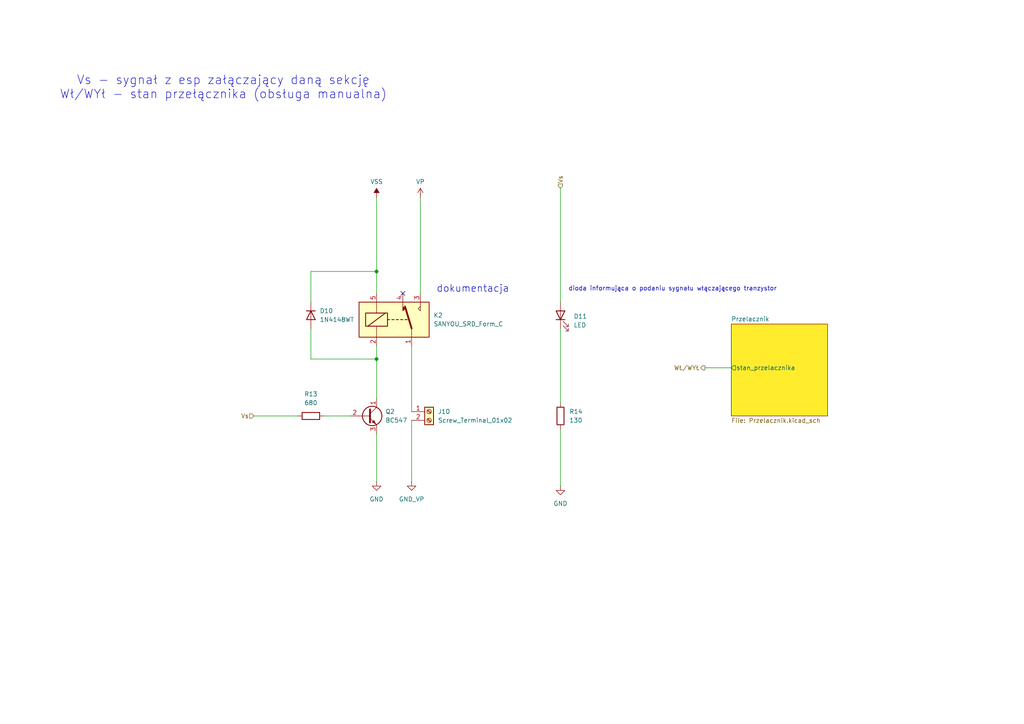
<source format=kicad_sch>
(kicad_sch (version 20250114) (generator "eeschema") (generator_version "9.0")
  (paper "A4")
  (title_block (title "Sterownik podlewania V1.1") (date "2025-10-09") (comment 1 "Praca inżynierska ") (comment 2 "Filip Gajewski"))
  (lib_symbols
    (symbol "Connector:Screw_Terminal_01x02" (pin_names (offset 1.016) (hide yes))
      (property "Reference" "J" (at 0 2.54 0))
      (property "Value" "Screw_Terminal_01x02" (at 0 -5.08 0))
      (symbol "Screw_Terminal_01x02_1_1"
        (rectangle (start -1.27 1.27) (end 1.27 -3.81) (stroke (width 0.254)) (fill (type background)))
        (polyline (pts (xy -0.5334 0.3302) (xy 0.3302 -0.508)) (stroke (width 0.1524)))
        (polyline (pts (xy -0.5334 -2.2098) (xy 0.3302 -3.048)) (stroke (width 0.1524)))
        (polyline (pts (xy -0.3556 0.508) (xy 0.508 -0.3302)) (stroke (width 0.1524)))
        (polyline (pts (xy -0.3556 -2.032) (xy 0.508 -2.8702)) (stroke (width 0.1524)))
        (circle (center 0 0) (radius 0.635) (stroke (width 0.1524)))
        (circle (center 0 -2.54) (radius 0.635) (stroke (width 0.1524)))
        (pin passive line (at -5.08 0 0) (length 3.81) (name "Pin_1") (number "1"))
        (pin passive line (at -5.08 -2.54 0) (length 3.81) (name "Pin_2") (number "2"))
      )
    )
    (symbol "Device:LED" (pin_numbers (hide yes)) (pin_names (offset 1.016) (hide yes))
      (property "Reference" "D" (at 0 2.54 0))
      (property "Value" "LED" (at 0 -2.54 0))
      (symbol "LED_0_1"
        (polyline (pts (xy -3.048 -0.762) (xy -4.572 -2.286) (xy -3.81 -2.286) (xy -4.572 -2.286) (xy -4.572 -1.524)))
        (polyline (pts (xy -1.778 -0.762) (xy -3.302 -2.286) (xy -2.54 -2.286) (xy -3.302 -2.286) (xy -3.302 -1.524)))
        (polyline (pts (xy -1.27 0) (xy 1.27 0)))
        (polyline (pts (xy -1.27 -1.27) (xy -1.27 1.27)) (stroke (width 0.254)))
        (polyline (pts (xy 1.27 -1.27) (xy 1.27 1.27) (xy -1.27 0) (xy 1.27 -1.27)) (stroke (width 0.254)))
      )
      (symbol "LED_1_1"
        (pin passive line (at -3.81 0 0) (length 2.54) (name "K") (number "1"))
        (pin passive line (at 3.81 0 180) (length 2.54) (name "A") (number "2"))
      )
    )
    (symbol "Device:R" (pin_numbers (hide yes)) (pin_names (offset 0))
      (property "Reference" "R" (at 2.032 0 90))
      (property "Value" "R" (at 0 0 90))
      (symbol "R_0_1"
        (rectangle (start -1.016 -2.54) (end 1.016 2.54) (stroke (width 0.254)))
      )
      (symbol "R_1_1"
        (pin passive line (at 0 3.81 270) (length 1.27) (name "~") (number "1"))
        (pin passive line (at 0 -3.81 90) (length 1.27) (name "~") (number "2"))
      )
    )
    (symbol "Diode:1N4148WT" (pin_numbers (hide yes)) (pin_names (hide yes))
      (property "Reference" "D" (at 0 2.54 0))
      (property "Value" "1N4148WT" (at 0 -2.54 0))
      (symbol "1N4148WT_0_1"
        (polyline (pts (xy -1.27 1.27) (xy -1.27 -1.27)) (stroke (width 0.254)))
        (polyline (pts (xy 1.27 1.27) (xy 1.27 -1.27) (xy -1.27 0) (xy 1.27 1.27)) (stroke (width 0.254)))
        (polyline (pts (xy 1.27 0) (xy -1.27 0)))
      )
      (symbol "1N4148WT_1_1"
        (pin passive line (at -3.81 0 0) (length 2.54) (name "K") (number "1"))
        (pin passive line (at 3.81 0 180) (length 2.54) (name "A") (number "2"))
      )
    )
    (symbol "Relay:SANYOU_SRD_Form_C"
      (property "Reference" "K" (at 11.43 3.81 0))
      (property "Value" "SANYOU_SRD_Form_C" (at 11.43 1.27 0))
      (symbol "SANYOU_SRD_Form_C_0_0"
        (polyline (pts (xy 7.62 5.08) (xy 7.62 2.54) (xy 6.985 3.175) (xy 7.62 3.81)))
      )
      (symbol "SANYOU_SRD_Form_C_0_1"
        (rectangle (start -10.16 5.08) (end 10.16 -5.08) (stroke (width 0.254)) (fill (type background)))
        (rectangle (start -8.255 1.905) (end -1.905 -1.905) (stroke (width 0.254)))
        (polyline (pts (xy -7.62 -1.905) (xy -2.54 1.905)) (stroke (width 0.254)))
        (polyline (pts (xy -5.08 5.08) (xy -5.08 1.905)))
        (polyline (pts (xy -5.08 -5.08) (xy -5.08 -1.905)))
        (polyline (pts (xy -1.905 0) (xy -1.27 0)) (stroke (width 0.254)))
        (polyline (pts (xy -0.635 0) (xy 0 0)) (stroke (width 0.254)))
        (polyline (pts (xy 0.635 0) (xy 1.27 0)) (stroke (width 0.254)))
        (polyline (pts (xy 1.905 0) (xy 2.54 0)) (stroke (width 0.254)))
        (polyline (pts (xy 3.175 0) (xy 3.81 0)) (stroke (width 0.254)))
        (polyline (pts (xy 5.08 -2.54) (xy 3.175 3.81)) (stroke (width 0.508)))
        (polyline (pts (xy 5.08 -2.54) (xy 5.08 -5.08)))
      )
      (symbol "SANYOU_SRD_Form_C_1_1"
        (polyline (pts (xy 2.54 3.81) (xy 3.175 3.175) (xy 2.54 2.54) (xy 2.54 5.08)) (fill (type outline)))
        (pin passive line (at -5.08 7.62 270) (length 2.54) (name "~") (number "5"))
        (pin passive line (at -5.08 -7.62 90) (length 2.54) (name "~") (number "2"))
        (pin passive line (at 2.54 7.62 270) (length 2.54) (name "~") (number "4"))
        (pin passive line (at 5.08 -7.62 90) (length 2.54) (name "~") (number "1"))
        (pin passive line (at 7.62 7.62 270) (length 2.54) (name "~") (number "3"))
      )
    )
    (symbol "Transistor_BJT:BC547" (pin_names (offset 0) (hide yes))
      (property "Reference" "Q" (at 5.08 1.905 0))
      (property "Value" "BC547" (at 5.08 0 0))
      (symbol "BC547_0_1"
        (polyline (pts (xy -2.54 0) (xy 0.635 0)))
        (polyline (pts (xy 0.635 1.905) (xy 0.635 -1.905)) (stroke (width 0.508)))
        (circle (center 1.27 0) (radius 2.8194) (stroke (width 0.254)))
      )
      (symbol "BC547_1_1"
        (polyline (pts (xy 0.635 0.635) (xy 2.54 2.54)))
        (polyline (pts (xy 0.635 -0.635) (xy 2.54 -2.54)))
        (polyline (pts (xy 1.27 -1.778) (xy 1.778 -1.27) (xy 2.286 -2.286) (xy 1.27 -1.778)) (fill (type outline)))
        (pin input line (at -5.08 0 0) (length 2.54) (name "B") (number "2"))
        (pin passive line (at 2.54 5.08 270) (length 2.54) (name "C") (number "1"))
        (pin passive line (at 2.54 -5.08 90) (length 2.54) (name "E") (number "3"))
      )
    )
    (symbol "power:GND" (power) (pin_numbers (hide yes)) (pin_names (offset 0) (hide yes))
      (property "Value" "GND" (at 0 -3.81 0))
      (symbol "GND_0_1"
        (polyline (pts (xy 0 0) (xy 0 -1.27) (xy 1.27 -1.27) (xy 0 -2.54) (xy -1.27 -1.27) (xy 0 -1.27)))
      )
      (symbol "GND_1_1"
        (pin power_in line (at 0 0 270) (length 0) (name "~") (number "1"))
      )
    )
    (symbol "power:VPP" (power) (pin_numbers (hide yes)) (pin_names (offset 0) (hide yes))
      (property "Value" "VPP" (at 0 3.556 0))
      (symbol "VPP_0_1"
        (polyline (pts (xy -0.762 1.27) (xy 0 2.54)))
        (polyline (pts (xy 0 2.54) (xy 0.762 1.27)))
        (polyline (pts (xy 0 0) (xy 0 2.54)))
      )
      (symbol "VPP_1_1"
        (pin power_in line (at 0 0 90) (length 0) (name "~") (number "1"))
      )
    )
    (symbol "power:VSS" (power) (pin_numbers (hide yes)) (pin_names (offset 0) (hide yes))
      (property "Value" "VSS" (at 0 3.556 0))
      (symbol "VSS_0_1"
        (polyline (pts (xy 0 0) (xy 0 2.54)))
        (polyline (pts (xy 0.762 1.27) (xy -0.762 1.27) (xy 0 2.54) (xy 0.762 1.27)) (fill (type outline)))
      )
      (symbol "VSS_1_1"
        (pin power_in line (at 0 0 90) (length 0) (name "~") (number "1"))
      )
    )
  )
  (text "Vs - sygnał z esp załączający daną sekcję\nWł/WYł - stan przełącznika (obsługa manualna)\n" (at 64.77 25.4 0) (effects (font (size 2.54 2.54))))
  (text "dioda informująca o podaniu sygnału włączającego tranzystor \n" (at 195.58 83.82 0) (effects (font (size 1.27 1.27))))
  (text "dokumentacja" (at 137.16 83.82 0) (effects (font (size 2.032 2.032))))
  (junction (at 109.22 104.14))
  (junction (at 109.22 78.74))
  (no_connect (at 116.84 85.09))
  (wire (pts (xy 162.56 124.46) (xy 162.56 140.97)))
  (wire (pts (xy 109.22 57.15) (xy 109.22 78.74)))
  (wire (pts (xy 109.22 125.73) (xy 109.22 139.7)))
  (wire (pts (xy 90.17 104.14) (xy 109.22 104.14)))
  (wire (pts (xy 93.98 120.65) (xy 101.6 120.65)))
  (wire (pts (xy 119.38 100.33) (xy 119.38 119.38)))
  (wire (pts (xy 90.17 87.63) (xy 90.17 78.74)))
  (wire (pts (xy 162.56 54.61) (xy 162.56 87.63)))
  (wire (pts (xy 121.92 57.15) (xy 121.92 85.09)))
  (wire (pts (xy 90.17 78.74) (xy 109.22 78.74)))
  (wire (pts (xy 109.22 100.33) (xy 109.22 104.14)))
  (wire (pts (xy 119.38 121.92) (xy 119.38 139.7)))
  (wire (pts (xy 73.66 120.65) (xy 86.36 120.65)))
  (wire (pts (xy 90.17 95.25) (xy 90.17 104.14)))
  (wire (pts (xy 109.22 104.14) (xy 109.22 115.57)))
  (wire (pts (xy 109.22 78.74) (xy 109.22 85.09)))
  (wire (pts (xy 162.56 95.25) (xy 162.56 116.84)))
  (wire (pts (xy 204.47 106.68) (xy 212.09 106.68)))
  (hierarchical_label "Vs" (shape input) (at 162.56 54.61 90))
  (hierarchical_label "WŁ{slash}WYŁ" (shape output) (at 204.47 106.68 180))
  (hierarchical_label "Vs" (shape input) (at 73.66 120.65 180))
  (symbol (lib_id "Connector:Screw_Terminal_01x02") (at 124.46 119.38 0) (unit 1)
    (property "Reference" "J9" (at 127 119.3799 0) (effects (justify left)))
    (property "Value" "Screw_Terminal_01x02" (at 127 121.9199 0) (effects (justify left)))
    (property "Footprint" "TerminalBlock:TerminalBlock_MaiXu_MX126-5.0-02P_1x02_P5.00mm" (effects (hide yes)))
    (property "Description" "Generic screw terminal, single row, 01x02, script generated (kicad-library-utils/schlib/autogen/connector/)" (effects (hide yes)))
    (instances (project "Sterownik_Podlewania" (path "" (reference "J10") (unit 1)) (path "" (reference "J9") (unit 1)) (path "" (reference "J12") (unit 1)) (path "" (reference "J13") (unit 1)) (path "" (reference "J11") (unit 1))))
  )
  (symbol (lib_id "Transistor_BJT:BC547") (at 106.68 120.65 0) (unit 1)
    (property "Reference" "Q1" (at 111.76 119.3799 0) (effects (justify left)))
    (property "Value" "BC547" (at 111.76 121.9199 0) (effects (justify left)))
    (property "Footprint" "Package_TO_SOT_THT:TO-92_Inline" (effects (hide yes)))
    (property "Datasheet" "https://www.onsemi.com/pub/Collateral/BC550-D.pdf" (effects (hide yes)))
    (property "Description" "0.1A Ic, 45V Vce, Small Signal NPN Transistor, TO-92" (effects (hide yes)))
    (instances (project "Sterownik_Podlewania" (path "" (reference "Q2") (unit 1)) (path "" (reference "Q1") (unit 1)) (path "" (reference "Q4") (unit 1)) (path "" (reference "Q5") (unit 1)) (path "" (reference "Q3") (unit 1))))
  )
  (symbol (lib_id "Device:LED") (at 162.56 91.44 90) (unit 1)
    (property "Reference" "D9" (at 166.37 91.7574 90) (effects (justify right)))
    (property "Value" "LED" (at 166.37 94.2974 90) (effects (justify right)))
    (property "Footprint" "LED_SMD:LED_1206_3216Metric" (effects (hide yes)))
    (property "Description" "Light emitting diode" (effects (hide yes)))
    (property "Sim.Pins" "1=K 2=A" (effects (hide yes)))
    (instances (project "Sterownik_Podlewania" (path "" (reference "D11") (unit 1)) (path "" (reference "D9") (unit 1)) (path "" (reference "D15") (unit 1)) (path "" (reference "D17") (unit 1)) (path "" (reference "D13") (unit 1))))
  )
  (symbol (lib_id "power:GND") (at 119.38 139.7 0) (unit 1)
    (property "Reference" "#PWR092" (effects (hide yes)))
    (property "Value" "GND_VP" (at 119.38 144.78 0))
    (property "Description" "Power symbol creates a global label with name \"GND\" , ground" (effects (hide yes)))
    (instances (project "Sterownik_Podlewania" (path "" (reference "#PWR093") (unit 1)) (path "" (reference "#PWR092") (unit 1)) (path "" (reference "#PWR095") (unit 1)) (path "" (reference "#PWR096") (unit 1)) (path "" (reference "#PWR094") (unit 1))))
  )
  (symbol (lib_id "power:VPP") (at 121.92 57.15 0) (unit 1)
    (property "Reference" "#PWR087" (effects (hide yes)))
    (property "Value" "VP" (at 121.92 52.705 0))
    (property "Description" "Power symbol creates a global label with name \"VPP\"" (effects (hide yes)))
    (instances (project "Sterownik_Podlewania" (path "" (reference "#PWR088") (unit 1)) (path "" (reference "#PWR087") (unit 1)) (path "" (reference "#PWR090") (unit 1)) (path "" (reference "#PWR091") (unit 1)) (path "" (reference "#PWR089") (unit 1))))
  )
  (symbol (lib_id "Diode:1N4148WT") (at 90.17 91.44 270) (unit 1)
    (property "Reference" "D8" (at 92.71 90.1699 90) (effects (justify left)))
    (property "Value" "1N4148WT" (at 92.71 92.7099 90) (effects (justify left)))
    (property "Footprint" "Diode_SMD:D_SOD-523" (effects (hide yes)))
    (property "Datasheet" "https://www.diodes.com/assets/Datasheets/ds30396.pdf" (effects (hide yes)))
    (property "Description" "75V 0.15A Fast switching Diode, SOD-523" (effects (hide yes)))
    (property "Sim.Device" "D" (effects (hide yes)))
    (property "Sim.Pins" "1=K 2=A" (effects (hide yes)))
    (instances (project "Sterownik_Podlewania" (path "" (reference "D10") (unit 1)) (path "" (reference "D8") (unit 1)) (path "" (reference "D14") (unit 1)) (path "" (reference "D16") (unit 1)) (path "" (reference "D12") (unit 1))))
  )
  (symbol (lib_id "Device:R") (at 162.56 120.65 0) (unit 1)
    (property "Reference" "R12" (at 165.1 119.3799 0) (effects (justify left)))
    (property "Value" "130" (at 165.1 121.9199 0) (effects (justify left)))
    (property "Footprint" "Resistor_SMD:R_1206_3216Metric" (effects (hide yes)))
    (property "Description" "Resistor" (effects (hide yes)))
    (instances (project "Sterownik_Podlewania" (path "" (reference "R14") (unit 1)) (path "" (reference "R12") (unit 1)) (path "" (reference "R18") (unit 1)) (path "" (reference "R20") (unit 1)) (path "" (reference "R16") (unit 1))))
  )
  (symbol (lib_id "power:GND") (at 162.56 140.97 0) (unit 1)
    (property "Reference" "#PWR040" (effects (hide yes)))
    (property "Value" "GND" (at 162.56 146.05 0))
    (property "Description" "Power symbol creates a global label with name \"GND\" , ground" (effects (hide yes)))
    (instances (project "Sterownik_Podlewania" (path "" (reference "#PWR043") (unit 1)) (path "" (reference "#PWR040") (unit 1)) (path "" (reference "#PWR049") (unit 1)) (path "" (reference "#PWR052") (unit 1)) (path "" (reference "#PWR046") (unit 1))))
  )
  (symbol (lib_id "Device:R") (at 90.17 120.65 90) (unit 1)
    (property "Reference" "R11" (at 90.17 114.3 90))
    (property "Value" "680" (at 90.17 116.84 90))
    (property "Footprint" "Resistor_SMD:R_1206_3216Metric" (effects (hide yes)))
    (property "Description" "Resistor" (effects (hide yes)))
    (instances (project "Sterownik_Podlewania" (path "" (reference "R13") (unit 1)) (path "" (reference "R11") (unit 1)) (path "" (reference "R17") (unit 1)) (path "" (reference "R19") (unit 1)) (path "" (reference "R15") (unit 1))))
  )
  (symbol (lib_id "power:VSS") (at 109.22 57.15 0) (unit 1)
    (property "Reference" "#PWR078" (effects (hide yes)))
    (property "Value" "VSS" (at 109.22 52.705 0))
    (property "Description" "Power symbol creates a global label with name \"VSS\"" (effects (hide yes)))
    (instances (project "Sterownik_Podlewania" (path "" (reference "#PWR079") (unit 1)) (path "" (reference "#PWR078") (unit 1)) (path "" (reference "#PWR081") (unit 1)) (path "" (reference "#PWR082") (unit 1)) (path "" (reference "#PWR080") (unit 1))))
  )
  (symbol (lib_id "Relay:SANYOU_SRD_Form_C") (at 114.3 92.71 0) (unit 1)
    (property "Reference" "K1" (at 125.73 91.4399 0) (effects (justify left)))
    (property "Value" "SANYOU_SRD_Form_C" (at 125.73 93.9799 0) (effects (justify left)))
    (property "Footprint" "Relay_THT:Relay_SPDT_SANYOU_SRD_Series_Form_C" (effects (hide yes)))
    (property "Datasheet" "http://www.sanyourelay.ca/public/products/pdf/SRD.pdf" (effects (hide yes)))
    (property "Description" "Sanyo SRD relay, Single Pole Miniature Power Relay," (effects (hide yes)))
    (instances (project "Sterownik_Podlewania" (path "" (reference "K2") (unit 1)) (path "" (reference "K1") (unit 1)) (path "" (reference "K4") (unit 1)) (path "" (reference "K5") (unit 1)) (path "" (reference "K3") (unit 1))))
  )
  (symbol (lib_id "power:GND") (at 109.22 139.7 0) (unit 1)
    (property "Reference" "#PWR038" (effects (hide yes)))
    (property "Value" "GND" (at 109.22 144.78 0))
    (property "Description" "Power symbol creates a global label with name \"GND\" , ground" (effects (hide yes)))
    (instances (project "Sterownik_Podlewania" (path "" (reference "#PWR041") (unit 1)) (path "" (reference "#PWR038") (unit 1)) (path "" (reference "#PWR047") (unit 1)) (path "" (reference "#PWR050") (unit 1)) (path "" (reference "#PWR044") (unit 1))))
  )
  (sheet (at 212.09 93.98) (size 27.94 26.67) (stroke (width 0.1524)) (fill (color 255 236 44 1.0000))
    (property "Sheetname" "Przelacznik" (at 212.09 93.2684 0) (effects (justify left bottom)))
    (property "Sheetfile" "Przelacznik.kicad_sch" (at 212.09 121.2346 0) (effects (justify left top)))
    (pin "stan_przelacznika" output (at 212.09 106.68 180))
  )
)
</source>
